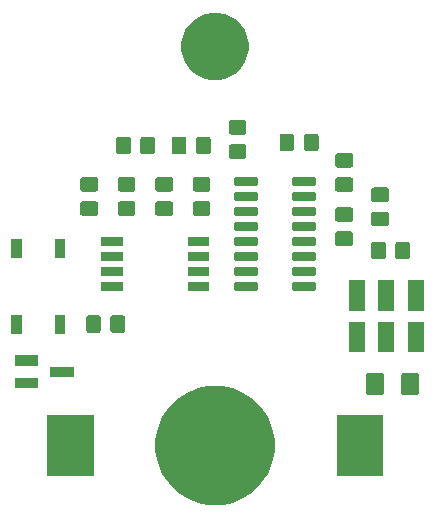
<source format=gbs>
G04 #@! TF.GenerationSoftware,KiCad,Pcbnew,(5.1.5)-3*
G04 #@! TF.CreationDate,2019-12-29T19:03:19-08:00*
G04 #@! TF.ProjectId,ruddblink,72756464-626c-4696-9e6b-2e6b69636164,A*
G04 #@! TF.SameCoordinates,Original*
G04 #@! TF.FileFunction,Soldermask,Bot*
G04 #@! TF.FilePolarity,Negative*
%FSLAX46Y46*%
G04 Gerber Fmt 4.6, Leading zero omitted, Abs format (unit mm)*
G04 Created by KiCad (PCBNEW (5.1.5)-3) date 2019-12-29 19:03:19*
%MOMM*%
%LPD*%
G04 APERTURE LIST*
%ADD10C,0.100000*%
G04 APERTURE END LIST*
D10*
G36*
X142899357Y-118933403D02*
G01*
X143713264Y-119095299D01*
X144632451Y-119476039D01*
X145459698Y-120028787D01*
X146163213Y-120732302D01*
X146715961Y-121559549D01*
X147096701Y-122478736D01*
X147290800Y-123454540D01*
X147290800Y-124449460D01*
X147096701Y-125425264D01*
X146715961Y-126344451D01*
X146163213Y-127171698D01*
X145459698Y-127875213D01*
X144632451Y-128427961D01*
X143713264Y-128808701D01*
X142899357Y-128970597D01*
X142737461Y-129002800D01*
X141742539Y-129002800D01*
X141580643Y-128970597D01*
X140766736Y-128808701D01*
X139847549Y-128427961D01*
X139020302Y-127875213D01*
X138316787Y-127171698D01*
X137764039Y-126344451D01*
X137383299Y-125425264D01*
X137189200Y-124449460D01*
X137189200Y-123454540D01*
X137383299Y-122478736D01*
X137764039Y-121559549D01*
X138316787Y-120732302D01*
X139020302Y-120028787D01*
X139847549Y-119476039D01*
X140766736Y-119095299D01*
X141580643Y-118933403D01*
X141742539Y-118901200D01*
X142737461Y-118901200D01*
X142899357Y-118933403D01*
G37*
G36*
X156438600Y-126542800D02*
G01*
X152527000Y-126542800D01*
X152527000Y-121361200D01*
X156438600Y-121361200D01*
X156438600Y-126542800D01*
G37*
G36*
X131953000Y-126542800D02*
G01*
X128041400Y-126542800D01*
X128041400Y-121361200D01*
X131953000Y-121361200D01*
X131953000Y-126542800D01*
G37*
G36*
X156349215Y-117823953D02*
G01*
X156393228Y-117837304D01*
X156433790Y-117858985D01*
X156469340Y-117888160D01*
X156498515Y-117923710D01*
X156520196Y-117964272D01*
X156533547Y-118008285D01*
X156538300Y-118056543D01*
X156538300Y-119433457D01*
X156533547Y-119481715D01*
X156520196Y-119525728D01*
X156498515Y-119566290D01*
X156469340Y-119601840D01*
X156433790Y-119631015D01*
X156393228Y-119652696D01*
X156349215Y-119666047D01*
X156300957Y-119670800D01*
X155249043Y-119670800D01*
X155200785Y-119666047D01*
X155156772Y-119652696D01*
X155116210Y-119631015D01*
X155080660Y-119601840D01*
X155051485Y-119566290D01*
X155029804Y-119525728D01*
X155016453Y-119481715D01*
X155011700Y-119433457D01*
X155011700Y-118056543D01*
X155016453Y-118008285D01*
X155029804Y-117964272D01*
X155051485Y-117923710D01*
X155080660Y-117888160D01*
X155116210Y-117858985D01*
X155156772Y-117837304D01*
X155200785Y-117823953D01*
X155249043Y-117819200D01*
X156300957Y-117819200D01*
X156349215Y-117823953D01*
G37*
G36*
X159324215Y-117823953D02*
G01*
X159368228Y-117837304D01*
X159408790Y-117858985D01*
X159444340Y-117888160D01*
X159473515Y-117923710D01*
X159495196Y-117964272D01*
X159508547Y-118008285D01*
X159513300Y-118056543D01*
X159513300Y-119433457D01*
X159508547Y-119481715D01*
X159495196Y-119525728D01*
X159473515Y-119566290D01*
X159444340Y-119601840D01*
X159408790Y-119631015D01*
X159368228Y-119652696D01*
X159324215Y-119666047D01*
X159275957Y-119670800D01*
X158224043Y-119670800D01*
X158175785Y-119666047D01*
X158131772Y-119652696D01*
X158091210Y-119631015D01*
X158055660Y-119601840D01*
X158026485Y-119566290D01*
X158004804Y-119525728D01*
X157991453Y-119481715D01*
X157986700Y-119433457D01*
X157986700Y-118056543D01*
X157991453Y-118008285D01*
X158004804Y-117964272D01*
X158026485Y-117923710D01*
X158055660Y-117888160D01*
X158091210Y-117858985D01*
X158131772Y-117837304D01*
X158175785Y-117823953D01*
X158224043Y-117819200D01*
X159275957Y-117819200D01*
X159324215Y-117823953D01*
G37*
G36*
X127262800Y-119129800D02*
G01*
X125261200Y-119129800D01*
X125261200Y-118228200D01*
X127262800Y-118228200D01*
X127262800Y-119129800D01*
G37*
G36*
X130262800Y-118179800D02*
G01*
X128261200Y-118179800D01*
X128261200Y-117278200D01*
X130262800Y-117278200D01*
X130262800Y-118179800D01*
G37*
G36*
X127262800Y-117229800D02*
G01*
X125261200Y-117229800D01*
X125261200Y-116328200D01*
X127262800Y-116328200D01*
X127262800Y-117229800D01*
G37*
G36*
X154893800Y-116080800D02*
G01*
X153542200Y-116080800D01*
X153542200Y-113479200D01*
X154893800Y-113479200D01*
X154893800Y-116080800D01*
G37*
G36*
X159893800Y-116080800D02*
G01*
X158542200Y-116080800D01*
X158542200Y-113479200D01*
X159893800Y-113479200D01*
X159893800Y-116080800D01*
G37*
G36*
X157393800Y-116080800D02*
G01*
X156042200Y-116080800D01*
X156042200Y-113479200D01*
X157393800Y-113479200D01*
X157393800Y-116080800D01*
G37*
G36*
X125854800Y-114490800D02*
G01*
X124953200Y-114490800D01*
X124953200Y-112889200D01*
X125854800Y-112889200D01*
X125854800Y-114490800D01*
G37*
G36*
X129554800Y-114490800D02*
G01*
X128653200Y-114490800D01*
X128653200Y-112889200D01*
X129554800Y-112889200D01*
X129554800Y-114490800D01*
G37*
G36*
X134414857Y-112919117D02*
G01*
X134460465Y-112932952D01*
X134502504Y-112955422D01*
X134539344Y-112985656D01*
X134569578Y-113022496D01*
X134592048Y-113064535D01*
X134605883Y-113110143D01*
X134610800Y-113160065D01*
X134610800Y-114169935D01*
X134605883Y-114219857D01*
X134592048Y-114265465D01*
X134569578Y-114307504D01*
X134539344Y-114344344D01*
X134502504Y-114374578D01*
X134460465Y-114397048D01*
X134414857Y-114410883D01*
X134364935Y-114415800D01*
X133605065Y-114415800D01*
X133555143Y-114410883D01*
X133509535Y-114397048D01*
X133467496Y-114374578D01*
X133430656Y-114344344D01*
X133400422Y-114307504D01*
X133377952Y-114265465D01*
X133364117Y-114219857D01*
X133359200Y-114169935D01*
X133359200Y-113160065D01*
X133364117Y-113110143D01*
X133377952Y-113064535D01*
X133400422Y-113022496D01*
X133430656Y-112985656D01*
X133467496Y-112955422D01*
X133509535Y-112932952D01*
X133555143Y-112919117D01*
X133605065Y-112914200D01*
X134364935Y-112914200D01*
X134414857Y-112919117D01*
G37*
G36*
X132364857Y-112919117D02*
G01*
X132410465Y-112932952D01*
X132452504Y-112955422D01*
X132489344Y-112985656D01*
X132519578Y-113022496D01*
X132542048Y-113064535D01*
X132555883Y-113110143D01*
X132560800Y-113160065D01*
X132560800Y-114169935D01*
X132555883Y-114219857D01*
X132542048Y-114265465D01*
X132519578Y-114307504D01*
X132489344Y-114344344D01*
X132452504Y-114374578D01*
X132410465Y-114397048D01*
X132364857Y-114410883D01*
X132314935Y-114415800D01*
X131555065Y-114415800D01*
X131505143Y-114410883D01*
X131459535Y-114397048D01*
X131417496Y-114374578D01*
X131380656Y-114344344D01*
X131350422Y-114307504D01*
X131327952Y-114265465D01*
X131314117Y-114219857D01*
X131309200Y-114169935D01*
X131309200Y-113160065D01*
X131314117Y-113110143D01*
X131327952Y-113064535D01*
X131350422Y-113022496D01*
X131380656Y-112985656D01*
X131417496Y-112955422D01*
X131459535Y-112932952D01*
X131505143Y-112919117D01*
X131555065Y-112914200D01*
X132314935Y-112914200D01*
X132364857Y-112919117D01*
G37*
G36*
X154893800Y-112580800D02*
G01*
X153542200Y-112580800D01*
X153542200Y-109979200D01*
X154893800Y-109979200D01*
X154893800Y-112580800D01*
G37*
G36*
X157393800Y-112580800D02*
G01*
X156042200Y-112580800D01*
X156042200Y-109979200D01*
X157393800Y-109979200D01*
X157393800Y-112580800D01*
G37*
G36*
X159893800Y-112580800D02*
G01*
X158542200Y-112580800D01*
X158542200Y-109979200D01*
X159893800Y-109979200D01*
X159893800Y-112580800D01*
G37*
G36*
X134410800Y-110865800D02*
G01*
X132609200Y-110865800D01*
X132609200Y-110114200D01*
X134410800Y-110114200D01*
X134410800Y-110865800D01*
G37*
G36*
X141710800Y-110865800D02*
G01*
X139909200Y-110865800D01*
X139909200Y-110114200D01*
X141710800Y-110114200D01*
X141710800Y-110865800D01*
G37*
G36*
X145750015Y-110142323D02*
G01*
X145778106Y-110150844D01*
X145803998Y-110164684D01*
X145826692Y-110183308D01*
X145845316Y-110206002D01*
X145859156Y-110231894D01*
X145867677Y-110259985D01*
X145870800Y-110291691D01*
X145870800Y-110688309D01*
X145867677Y-110720015D01*
X145859156Y-110748106D01*
X145845316Y-110773998D01*
X145826692Y-110796692D01*
X145803998Y-110815316D01*
X145778106Y-110829156D01*
X145750015Y-110837677D01*
X145718309Y-110840800D01*
X143971691Y-110840800D01*
X143939985Y-110837677D01*
X143911894Y-110829156D01*
X143886002Y-110815316D01*
X143863308Y-110796692D01*
X143844684Y-110773998D01*
X143830844Y-110748106D01*
X143822323Y-110720015D01*
X143819200Y-110688309D01*
X143819200Y-110291691D01*
X143822323Y-110259985D01*
X143830844Y-110231894D01*
X143844684Y-110206002D01*
X143863308Y-110183308D01*
X143886002Y-110164684D01*
X143911894Y-110150844D01*
X143939985Y-110142323D01*
X143971691Y-110139200D01*
X145718309Y-110139200D01*
X145750015Y-110142323D01*
G37*
G36*
X150700015Y-110142323D02*
G01*
X150728106Y-110150844D01*
X150753998Y-110164684D01*
X150776692Y-110183308D01*
X150795316Y-110206002D01*
X150809156Y-110231894D01*
X150817677Y-110259985D01*
X150820800Y-110291691D01*
X150820800Y-110688309D01*
X150817677Y-110720015D01*
X150809156Y-110748106D01*
X150795316Y-110773998D01*
X150776692Y-110796692D01*
X150753998Y-110815316D01*
X150728106Y-110829156D01*
X150700015Y-110837677D01*
X150668309Y-110840800D01*
X148921691Y-110840800D01*
X148889985Y-110837677D01*
X148861894Y-110829156D01*
X148836002Y-110815316D01*
X148813308Y-110796692D01*
X148794684Y-110773998D01*
X148780844Y-110748106D01*
X148772323Y-110720015D01*
X148769200Y-110688309D01*
X148769200Y-110291691D01*
X148772323Y-110259985D01*
X148780844Y-110231894D01*
X148794684Y-110206002D01*
X148813308Y-110183308D01*
X148836002Y-110164684D01*
X148861894Y-110150844D01*
X148889985Y-110142323D01*
X148921691Y-110139200D01*
X150668309Y-110139200D01*
X150700015Y-110142323D01*
G37*
G36*
X134410800Y-109595800D02*
G01*
X132609200Y-109595800D01*
X132609200Y-108844200D01*
X134410800Y-108844200D01*
X134410800Y-109595800D01*
G37*
G36*
X141710800Y-109595800D02*
G01*
X139909200Y-109595800D01*
X139909200Y-108844200D01*
X141710800Y-108844200D01*
X141710800Y-109595800D01*
G37*
G36*
X150700015Y-108872323D02*
G01*
X150728106Y-108880844D01*
X150753998Y-108894684D01*
X150776692Y-108913308D01*
X150795316Y-108936002D01*
X150809156Y-108961894D01*
X150817677Y-108989985D01*
X150820800Y-109021691D01*
X150820800Y-109418309D01*
X150817677Y-109450015D01*
X150809156Y-109478106D01*
X150795316Y-109503998D01*
X150776692Y-109526692D01*
X150753998Y-109545316D01*
X150728106Y-109559156D01*
X150700015Y-109567677D01*
X150668309Y-109570800D01*
X148921691Y-109570800D01*
X148889985Y-109567677D01*
X148861894Y-109559156D01*
X148836002Y-109545316D01*
X148813308Y-109526692D01*
X148794684Y-109503998D01*
X148780844Y-109478106D01*
X148772323Y-109450015D01*
X148769200Y-109418309D01*
X148769200Y-109021691D01*
X148772323Y-108989985D01*
X148780844Y-108961894D01*
X148794684Y-108936002D01*
X148813308Y-108913308D01*
X148836002Y-108894684D01*
X148861894Y-108880844D01*
X148889985Y-108872323D01*
X148921691Y-108869200D01*
X150668309Y-108869200D01*
X150700015Y-108872323D01*
G37*
G36*
X145750015Y-108872323D02*
G01*
X145778106Y-108880844D01*
X145803998Y-108894684D01*
X145826692Y-108913308D01*
X145845316Y-108936002D01*
X145859156Y-108961894D01*
X145867677Y-108989985D01*
X145870800Y-109021691D01*
X145870800Y-109418309D01*
X145867677Y-109450015D01*
X145859156Y-109478106D01*
X145845316Y-109503998D01*
X145826692Y-109526692D01*
X145803998Y-109545316D01*
X145778106Y-109559156D01*
X145750015Y-109567677D01*
X145718309Y-109570800D01*
X143971691Y-109570800D01*
X143939985Y-109567677D01*
X143911894Y-109559156D01*
X143886002Y-109545316D01*
X143863308Y-109526692D01*
X143844684Y-109503998D01*
X143830844Y-109478106D01*
X143822323Y-109450015D01*
X143819200Y-109418309D01*
X143819200Y-109021691D01*
X143822323Y-108989985D01*
X143830844Y-108961894D01*
X143844684Y-108936002D01*
X143863308Y-108913308D01*
X143886002Y-108894684D01*
X143911894Y-108880844D01*
X143939985Y-108872323D01*
X143971691Y-108869200D01*
X145718309Y-108869200D01*
X145750015Y-108872323D01*
G37*
G36*
X134410800Y-108325800D02*
G01*
X132609200Y-108325800D01*
X132609200Y-107574200D01*
X134410800Y-107574200D01*
X134410800Y-108325800D01*
G37*
G36*
X141710800Y-108325800D02*
G01*
X139909200Y-108325800D01*
X139909200Y-107574200D01*
X141710800Y-107574200D01*
X141710800Y-108325800D01*
G37*
G36*
X150700015Y-107602323D02*
G01*
X150728106Y-107610844D01*
X150753998Y-107624684D01*
X150776692Y-107643308D01*
X150795316Y-107666002D01*
X150809156Y-107691894D01*
X150817677Y-107719985D01*
X150820800Y-107751691D01*
X150820800Y-108148309D01*
X150817677Y-108180015D01*
X150809156Y-108208106D01*
X150795316Y-108233998D01*
X150776692Y-108256692D01*
X150753998Y-108275316D01*
X150728106Y-108289156D01*
X150700015Y-108297677D01*
X150668309Y-108300800D01*
X148921691Y-108300800D01*
X148889985Y-108297677D01*
X148861894Y-108289156D01*
X148836002Y-108275316D01*
X148813308Y-108256692D01*
X148794684Y-108233998D01*
X148780844Y-108208106D01*
X148772323Y-108180015D01*
X148769200Y-108148309D01*
X148769200Y-107751691D01*
X148772323Y-107719985D01*
X148780844Y-107691894D01*
X148794684Y-107666002D01*
X148813308Y-107643308D01*
X148836002Y-107624684D01*
X148861894Y-107610844D01*
X148889985Y-107602323D01*
X148921691Y-107599200D01*
X150668309Y-107599200D01*
X150700015Y-107602323D01*
G37*
G36*
X145750015Y-107602323D02*
G01*
X145778106Y-107610844D01*
X145803998Y-107624684D01*
X145826692Y-107643308D01*
X145845316Y-107666002D01*
X145859156Y-107691894D01*
X145867677Y-107719985D01*
X145870800Y-107751691D01*
X145870800Y-108148309D01*
X145867677Y-108180015D01*
X145859156Y-108208106D01*
X145845316Y-108233998D01*
X145826692Y-108256692D01*
X145803998Y-108275316D01*
X145778106Y-108289156D01*
X145750015Y-108297677D01*
X145718309Y-108300800D01*
X143971691Y-108300800D01*
X143939985Y-108297677D01*
X143911894Y-108289156D01*
X143886002Y-108275316D01*
X143863308Y-108256692D01*
X143844684Y-108233998D01*
X143830844Y-108208106D01*
X143822323Y-108180015D01*
X143819200Y-108148309D01*
X143819200Y-107751691D01*
X143822323Y-107719985D01*
X143830844Y-107691894D01*
X143844684Y-107666002D01*
X143863308Y-107643308D01*
X143886002Y-107624684D01*
X143911894Y-107610844D01*
X143939985Y-107602323D01*
X143971691Y-107599200D01*
X145718309Y-107599200D01*
X145750015Y-107602323D01*
G37*
G36*
X156512857Y-106696117D02*
G01*
X156558465Y-106709952D01*
X156600504Y-106732422D01*
X156637344Y-106762656D01*
X156667578Y-106799496D01*
X156690048Y-106841535D01*
X156703883Y-106887143D01*
X156708800Y-106937065D01*
X156708800Y-107946935D01*
X156703883Y-107996857D01*
X156690048Y-108042465D01*
X156667578Y-108084504D01*
X156637344Y-108121344D01*
X156600504Y-108151578D01*
X156558465Y-108174048D01*
X156512857Y-108187883D01*
X156462935Y-108192800D01*
X155703065Y-108192800D01*
X155653143Y-108187883D01*
X155607535Y-108174048D01*
X155565496Y-108151578D01*
X155528656Y-108121344D01*
X155498422Y-108084504D01*
X155475952Y-108042465D01*
X155462117Y-107996857D01*
X155457200Y-107946935D01*
X155457200Y-106937065D01*
X155462117Y-106887143D01*
X155475952Y-106841535D01*
X155498422Y-106799496D01*
X155528656Y-106762656D01*
X155565496Y-106732422D01*
X155607535Y-106709952D01*
X155653143Y-106696117D01*
X155703065Y-106691200D01*
X156462935Y-106691200D01*
X156512857Y-106696117D01*
G37*
G36*
X158562857Y-106696117D02*
G01*
X158608465Y-106709952D01*
X158650504Y-106732422D01*
X158687344Y-106762656D01*
X158717578Y-106799496D01*
X158740048Y-106841535D01*
X158753883Y-106887143D01*
X158758800Y-106937065D01*
X158758800Y-107946935D01*
X158753883Y-107996857D01*
X158740048Y-108042465D01*
X158717578Y-108084504D01*
X158687344Y-108121344D01*
X158650504Y-108151578D01*
X158608465Y-108174048D01*
X158562857Y-108187883D01*
X158512935Y-108192800D01*
X157753065Y-108192800D01*
X157703143Y-108187883D01*
X157657535Y-108174048D01*
X157615496Y-108151578D01*
X157578656Y-108121344D01*
X157548422Y-108084504D01*
X157525952Y-108042465D01*
X157512117Y-107996857D01*
X157507200Y-107946935D01*
X157507200Y-106937065D01*
X157512117Y-106887143D01*
X157525952Y-106841535D01*
X157548422Y-106799496D01*
X157578656Y-106762656D01*
X157615496Y-106732422D01*
X157657535Y-106709952D01*
X157703143Y-106696117D01*
X157753065Y-106691200D01*
X158512935Y-106691200D01*
X158562857Y-106696117D01*
G37*
G36*
X129554800Y-108090800D02*
G01*
X128653200Y-108090800D01*
X128653200Y-106489200D01*
X129554800Y-106489200D01*
X129554800Y-108090800D01*
G37*
G36*
X125854800Y-108090800D02*
G01*
X124953200Y-108090800D01*
X124953200Y-106489200D01*
X125854800Y-106489200D01*
X125854800Y-108090800D01*
G37*
G36*
X153716857Y-105823117D02*
G01*
X153762465Y-105836952D01*
X153804504Y-105859422D01*
X153841344Y-105889656D01*
X153871578Y-105926496D01*
X153894048Y-105968535D01*
X153907883Y-106014143D01*
X153912800Y-106064065D01*
X153912800Y-106823935D01*
X153907883Y-106873857D01*
X153894048Y-106919465D01*
X153871578Y-106961504D01*
X153841344Y-106998344D01*
X153804504Y-107028578D01*
X153762465Y-107051048D01*
X153716857Y-107064883D01*
X153666935Y-107069800D01*
X152657065Y-107069800D01*
X152607143Y-107064883D01*
X152561535Y-107051048D01*
X152519496Y-107028578D01*
X152482656Y-106998344D01*
X152452422Y-106961504D01*
X152429952Y-106919465D01*
X152416117Y-106873857D01*
X152411200Y-106823935D01*
X152411200Y-106064065D01*
X152416117Y-106014143D01*
X152429952Y-105968535D01*
X152452422Y-105926496D01*
X152482656Y-105889656D01*
X152519496Y-105859422D01*
X152561535Y-105836952D01*
X152607143Y-105823117D01*
X152657065Y-105818200D01*
X153666935Y-105818200D01*
X153716857Y-105823117D01*
G37*
G36*
X141710800Y-107055800D02*
G01*
X139909200Y-107055800D01*
X139909200Y-106304200D01*
X141710800Y-106304200D01*
X141710800Y-107055800D01*
G37*
G36*
X134410800Y-107055800D02*
G01*
X132609200Y-107055800D01*
X132609200Y-106304200D01*
X134410800Y-106304200D01*
X134410800Y-107055800D01*
G37*
G36*
X150700015Y-106332323D02*
G01*
X150728106Y-106340844D01*
X150753998Y-106354684D01*
X150776692Y-106373308D01*
X150795316Y-106396002D01*
X150809156Y-106421894D01*
X150817677Y-106449985D01*
X150820800Y-106481691D01*
X150820800Y-106878309D01*
X150817677Y-106910015D01*
X150809156Y-106938106D01*
X150795316Y-106963998D01*
X150776692Y-106986692D01*
X150753998Y-107005316D01*
X150728106Y-107019156D01*
X150700015Y-107027677D01*
X150668309Y-107030800D01*
X148921691Y-107030800D01*
X148889985Y-107027677D01*
X148861894Y-107019156D01*
X148836002Y-107005316D01*
X148813308Y-106986692D01*
X148794684Y-106963998D01*
X148780844Y-106938106D01*
X148772323Y-106910015D01*
X148769200Y-106878309D01*
X148769200Y-106481691D01*
X148772323Y-106449985D01*
X148780844Y-106421894D01*
X148794684Y-106396002D01*
X148813308Y-106373308D01*
X148836002Y-106354684D01*
X148861894Y-106340844D01*
X148889985Y-106332323D01*
X148921691Y-106329200D01*
X150668309Y-106329200D01*
X150700015Y-106332323D01*
G37*
G36*
X145750015Y-106332323D02*
G01*
X145778106Y-106340844D01*
X145803998Y-106354684D01*
X145826692Y-106373308D01*
X145845316Y-106396002D01*
X145859156Y-106421894D01*
X145867677Y-106449985D01*
X145870800Y-106481691D01*
X145870800Y-106878309D01*
X145867677Y-106910015D01*
X145859156Y-106938106D01*
X145845316Y-106963998D01*
X145826692Y-106986692D01*
X145803998Y-107005316D01*
X145778106Y-107019156D01*
X145750015Y-107027677D01*
X145718309Y-107030800D01*
X143971691Y-107030800D01*
X143939985Y-107027677D01*
X143911894Y-107019156D01*
X143886002Y-107005316D01*
X143863308Y-106986692D01*
X143844684Y-106963998D01*
X143830844Y-106938106D01*
X143822323Y-106910015D01*
X143819200Y-106878309D01*
X143819200Y-106481691D01*
X143822323Y-106449985D01*
X143830844Y-106421894D01*
X143844684Y-106396002D01*
X143863308Y-106373308D01*
X143886002Y-106354684D01*
X143911894Y-106340844D01*
X143939985Y-106332323D01*
X143971691Y-106329200D01*
X145718309Y-106329200D01*
X145750015Y-106332323D01*
G37*
G36*
X145750015Y-105062323D02*
G01*
X145778106Y-105070844D01*
X145803998Y-105084684D01*
X145826692Y-105103308D01*
X145845316Y-105126002D01*
X145859156Y-105151894D01*
X145867677Y-105179985D01*
X145870800Y-105211691D01*
X145870800Y-105608309D01*
X145867677Y-105640015D01*
X145859156Y-105668106D01*
X145845316Y-105693998D01*
X145826692Y-105716692D01*
X145803998Y-105735316D01*
X145778106Y-105749156D01*
X145750015Y-105757677D01*
X145718309Y-105760800D01*
X143971691Y-105760800D01*
X143939985Y-105757677D01*
X143911894Y-105749156D01*
X143886002Y-105735316D01*
X143863308Y-105716692D01*
X143844684Y-105693998D01*
X143830844Y-105668106D01*
X143822323Y-105640015D01*
X143819200Y-105608309D01*
X143819200Y-105211691D01*
X143822323Y-105179985D01*
X143830844Y-105151894D01*
X143844684Y-105126002D01*
X143863308Y-105103308D01*
X143886002Y-105084684D01*
X143911894Y-105070844D01*
X143939985Y-105062323D01*
X143971691Y-105059200D01*
X145718309Y-105059200D01*
X145750015Y-105062323D01*
G37*
G36*
X150700015Y-105062323D02*
G01*
X150728106Y-105070844D01*
X150753998Y-105084684D01*
X150776692Y-105103308D01*
X150795316Y-105126002D01*
X150809156Y-105151894D01*
X150817677Y-105179985D01*
X150820800Y-105211691D01*
X150820800Y-105608309D01*
X150817677Y-105640015D01*
X150809156Y-105668106D01*
X150795316Y-105693998D01*
X150776692Y-105716692D01*
X150753998Y-105735316D01*
X150728106Y-105749156D01*
X150700015Y-105757677D01*
X150668309Y-105760800D01*
X148921691Y-105760800D01*
X148889985Y-105757677D01*
X148861894Y-105749156D01*
X148836002Y-105735316D01*
X148813308Y-105716692D01*
X148794684Y-105693998D01*
X148780844Y-105668106D01*
X148772323Y-105640015D01*
X148769200Y-105608309D01*
X148769200Y-105211691D01*
X148772323Y-105179985D01*
X148780844Y-105151894D01*
X148794684Y-105126002D01*
X148813308Y-105103308D01*
X148836002Y-105084684D01*
X148861894Y-105070844D01*
X148889985Y-105062323D01*
X148921691Y-105059200D01*
X150668309Y-105059200D01*
X150700015Y-105062323D01*
G37*
G36*
X156764857Y-104154117D02*
G01*
X156810465Y-104167952D01*
X156852504Y-104190422D01*
X156889344Y-104220656D01*
X156919578Y-104257496D01*
X156942048Y-104299535D01*
X156955883Y-104345143D01*
X156960800Y-104395065D01*
X156960800Y-105154935D01*
X156955883Y-105204857D01*
X156942048Y-105250465D01*
X156919578Y-105292504D01*
X156889344Y-105329344D01*
X156852504Y-105359578D01*
X156810465Y-105382048D01*
X156764857Y-105395883D01*
X156714935Y-105400800D01*
X155705065Y-105400800D01*
X155655143Y-105395883D01*
X155609535Y-105382048D01*
X155567496Y-105359578D01*
X155530656Y-105329344D01*
X155500422Y-105292504D01*
X155477952Y-105250465D01*
X155464117Y-105204857D01*
X155459200Y-105154935D01*
X155459200Y-104395065D01*
X155464117Y-104345143D01*
X155477952Y-104299535D01*
X155500422Y-104257496D01*
X155530656Y-104220656D01*
X155567496Y-104190422D01*
X155609535Y-104167952D01*
X155655143Y-104154117D01*
X155705065Y-104149200D01*
X156714935Y-104149200D01*
X156764857Y-104154117D01*
G37*
G36*
X153716857Y-103773117D02*
G01*
X153762465Y-103786952D01*
X153804504Y-103809422D01*
X153841344Y-103839656D01*
X153871578Y-103876496D01*
X153894048Y-103918535D01*
X153907883Y-103964143D01*
X153912800Y-104014065D01*
X153912800Y-104773935D01*
X153907883Y-104823857D01*
X153894048Y-104869465D01*
X153871578Y-104911504D01*
X153841344Y-104948344D01*
X153804504Y-104978578D01*
X153762465Y-105001048D01*
X153716857Y-105014883D01*
X153666935Y-105019800D01*
X152657065Y-105019800D01*
X152607143Y-105014883D01*
X152561535Y-105001048D01*
X152519496Y-104978578D01*
X152482656Y-104948344D01*
X152452422Y-104911504D01*
X152429952Y-104869465D01*
X152416117Y-104823857D01*
X152411200Y-104773935D01*
X152411200Y-104014065D01*
X152416117Y-103964143D01*
X152429952Y-103918535D01*
X152452422Y-103876496D01*
X152482656Y-103839656D01*
X152519496Y-103809422D01*
X152561535Y-103786952D01*
X152607143Y-103773117D01*
X152657065Y-103768200D01*
X153666935Y-103768200D01*
X153716857Y-103773117D01*
G37*
G36*
X135301857Y-103274117D02*
G01*
X135347465Y-103287952D01*
X135389504Y-103310422D01*
X135426344Y-103340656D01*
X135456578Y-103377496D01*
X135479048Y-103419535D01*
X135492883Y-103465143D01*
X135497800Y-103515065D01*
X135497800Y-104274935D01*
X135492883Y-104324857D01*
X135479048Y-104370465D01*
X135456578Y-104412504D01*
X135426344Y-104449344D01*
X135389504Y-104479578D01*
X135347465Y-104502048D01*
X135301857Y-104515883D01*
X135251935Y-104520800D01*
X134242065Y-104520800D01*
X134192143Y-104515883D01*
X134146535Y-104502048D01*
X134104496Y-104479578D01*
X134067656Y-104449344D01*
X134037422Y-104412504D01*
X134014952Y-104370465D01*
X134001117Y-104324857D01*
X133996200Y-104274935D01*
X133996200Y-103515065D01*
X134001117Y-103465143D01*
X134014952Y-103419535D01*
X134037422Y-103377496D01*
X134067656Y-103340656D01*
X134104496Y-103310422D01*
X134146535Y-103287952D01*
X134192143Y-103274117D01*
X134242065Y-103269200D01*
X135251935Y-103269200D01*
X135301857Y-103274117D01*
G37*
G36*
X132126857Y-103274117D02*
G01*
X132172465Y-103287952D01*
X132214504Y-103310422D01*
X132251344Y-103340656D01*
X132281578Y-103377496D01*
X132304048Y-103419535D01*
X132317883Y-103465143D01*
X132322800Y-103515065D01*
X132322800Y-104274935D01*
X132317883Y-104324857D01*
X132304048Y-104370465D01*
X132281578Y-104412504D01*
X132251344Y-104449344D01*
X132214504Y-104479578D01*
X132172465Y-104502048D01*
X132126857Y-104515883D01*
X132076935Y-104520800D01*
X131067065Y-104520800D01*
X131017143Y-104515883D01*
X130971535Y-104502048D01*
X130929496Y-104479578D01*
X130892656Y-104449344D01*
X130862422Y-104412504D01*
X130839952Y-104370465D01*
X130826117Y-104324857D01*
X130821200Y-104274935D01*
X130821200Y-103515065D01*
X130826117Y-103465143D01*
X130839952Y-103419535D01*
X130862422Y-103377496D01*
X130892656Y-103340656D01*
X130929496Y-103310422D01*
X130971535Y-103287952D01*
X131017143Y-103274117D01*
X131067065Y-103269200D01*
X132076935Y-103269200D01*
X132126857Y-103274117D01*
G37*
G36*
X138476857Y-103274117D02*
G01*
X138522465Y-103287952D01*
X138564504Y-103310422D01*
X138601344Y-103340656D01*
X138631578Y-103377496D01*
X138654048Y-103419535D01*
X138667883Y-103465143D01*
X138672800Y-103515065D01*
X138672800Y-104274935D01*
X138667883Y-104324857D01*
X138654048Y-104370465D01*
X138631578Y-104412504D01*
X138601344Y-104449344D01*
X138564504Y-104479578D01*
X138522465Y-104502048D01*
X138476857Y-104515883D01*
X138426935Y-104520800D01*
X137417065Y-104520800D01*
X137367143Y-104515883D01*
X137321535Y-104502048D01*
X137279496Y-104479578D01*
X137242656Y-104449344D01*
X137212422Y-104412504D01*
X137189952Y-104370465D01*
X137176117Y-104324857D01*
X137171200Y-104274935D01*
X137171200Y-103515065D01*
X137176117Y-103465143D01*
X137189952Y-103419535D01*
X137212422Y-103377496D01*
X137242656Y-103340656D01*
X137279496Y-103310422D01*
X137321535Y-103287952D01*
X137367143Y-103274117D01*
X137417065Y-103269200D01*
X138426935Y-103269200D01*
X138476857Y-103274117D01*
G37*
G36*
X141651857Y-103274117D02*
G01*
X141697465Y-103287952D01*
X141739504Y-103310422D01*
X141776344Y-103340656D01*
X141806578Y-103377496D01*
X141829048Y-103419535D01*
X141842883Y-103465143D01*
X141847800Y-103515065D01*
X141847800Y-104274935D01*
X141842883Y-104324857D01*
X141829048Y-104370465D01*
X141806578Y-104412504D01*
X141776344Y-104449344D01*
X141739504Y-104479578D01*
X141697465Y-104502048D01*
X141651857Y-104515883D01*
X141601935Y-104520800D01*
X140592065Y-104520800D01*
X140542143Y-104515883D01*
X140496535Y-104502048D01*
X140454496Y-104479578D01*
X140417656Y-104449344D01*
X140387422Y-104412504D01*
X140364952Y-104370465D01*
X140351117Y-104324857D01*
X140346200Y-104274935D01*
X140346200Y-103515065D01*
X140351117Y-103465143D01*
X140364952Y-103419535D01*
X140387422Y-103377496D01*
X140417656Y-103340656D01*
X140454496Y-103310422D01*
X140496535Y-103287952D01*
X140542143Y-103274117D01*
X140592065Y-103269200D01*
X141601935Y-103269200D01*
X141651857Y-103274117D01*
G37*
G36*
X145750015Y-103792323D02*
G01*
X145778106Y-103800844D01*
X145803998Y-103814684D01*
X145826692Y-103833308D01*
X145845316Y-103856002D01*
X145859156Y-103881894D01*
X145867677Y-103909985D01*
X145870800Y-103941691D01*
X145870800Y-104338309D01*
X145867677Y-104370015D01*
X145859156Y-104398106D01*
X145845316Y-104423998D01*
X145826692Y-104446692D01*
X145803998Y-104465316D01*
X145778106Y-104479156D01*
X145750015Y-104487677D01*
X145718309Y-104490800D01*
X143971691Y-104490800D01*
X143939985Y-104487677D01*
X143911894Y-104479156D01*
X143886002Y-104465316D01*
X143863308Y-104446692D01*
X143844684Y-104423998D01*
X143830844Y-104398106D01*
X143822323Y-104370015D01*
X143819200Y-104338309D01*
X143819200Y-103941691D01*
X143822323Y-103909985D01*
X143830844Y-103881894D01*
X143844684Y-103856002D01*
X143863308Y-103833308D01*
X143886002Y-103814684D01*
X143911894Y-103800844D01*
X143939985Y-103792323D01*
X143971691Y-103789200D01*
X145718309Y-103789200D01*
X145750015Y-103792323D01*
G37*
G36*
X150700015Y-103792323D02*
G01*
X150728106Y-103800844D01*
X150753998Y-103814684D01*
X150776692Y-103833308D01*
X150795316Y-103856002D01*
X150809156Y-103881894D01*
X150817677Y-103909985D01*
X150820800Y-103941691D01*
X150820800Y-104338309D01*
X150817677Y-104370015D01*
X150809156Y-104398106D01*
X150795316Y-104423998D01*
X150776692Y-104446692D01*
X150753998Y-104465316D01*
X150728106Y-104479156D01*
X150700015Y-104487677D01*
X150668309Y-104490800D01*
X148921691Y-104490800D01*
X148889985Y-104487677D01*
X148861894Y-104479156D01*
X148836002Y-104465316D01*
X148813308Y-104446692D01*
X148794684Y-104423998D01*
X148780844Y-104398106D01*
X148772323Y-104370015D01*
X148769200Y-104338309D01*
X148769200Y-103941691D01*
X148772323Y-103909985D01*
X148780844Y-103881894D01*
X148794684Y-103856002D01*
X148813308Y-103833308D01*
X148836002Y-103814684D01*
X148861894Y-103800844D01*
X148889985Y-103792323D01*
X148921691Y-103789200D01*
X150668309Y-103789200D01*
X150700015Y-103792323D01*
G37*
G36*
X156764857Y-102104117D02*
G01*
X156810465Y-102117952D01*
X156852504Y-102140422D01*
X156889344Y-102170656D01*
X156919578Y-102207496D01*
X156942048Y-102249535D01*
X156955883Y-102295143D01*
X156960800Y-102345065D01*
X156960800Y-103104935D01*
X156955883Y-103154857D01*
X156942048Y-103200465D01*
X156919578Y-103242504D01*
X156889344Y-103279344D01*
X156852504Y-103309578D01*
X156810465Y-103332048D01*
X156764857Y-103345883D01*
X156714935Y-103350800D01*
X155705065Y-103350800D01*
X155655143Y-103345883D01*
X155609535Y-103332048D01*
X155567496Y-103309578D01*
X155530656Y-103279344D01*
X155500422Y-103242504D01*
X155477952Y-103200465D01*
X155464117Y-103154857D01*
X155459200Y-103104935D01*
X155459200Y-102345065D01*
X155464117Y-102295143D01*
X155477952Y-102249535D01*
X155500422Y-102207496D01*
X155530656Y-102170656D01*
X155567496Y-102140422D01*
X155609535Y-102117952D01*
X155655143Y-102104117D01*
X155705065Y-102099200D01*
X156714935Y-102099200D01*
X156764857Y-102104117D01*
G37*
G36*
X150700015Y-102522323D02*
G01*
X150728106Y-102530844D01*
X150753998Y-102544684D01*
X150776692Y-102563308D01*
X150795316Y-102586002D01*
X150809156Y-102611894D01*
X150817677Y-102639985D01*
X150820800Y-102671691D01*
X150820800Y-103068309D01*
X150817677Y-103100015D01*
X150809156Y-103128106D01*
X150795316Y-103153998D01*
X150776692Y-103176692D01*
X150753998Y-103195316D01*
X150728106Y-103209156D01*
X150700015Y-103217677D01*
X150668309Y-103220800D01*
X148921691Y-103220800D01*
X148889985Y-103217677D01*
X148861894Y-103209156D01*
X148836002Y-103195316D01*
X148813308Y-103176692D01*
X148794684Y-103153998D01*
X148780844Y-103128106D01*
X148772323Y-103100015D01*
X148769200Y-103068309D01*
X148769200Y-102671691D01*
X148772323Y-102639985D01*
X148780844Y-102611894D01*
X148794684Y-102586002D01*
X148813308Y-102563308D01*
X148836002Y-102544684D01*
X148861894Y-102530844D01*
X148889985Y-102522323D01*
X148921691Y-102519200D01*
X150668309Y-102519200D01*
X150700015Y-102522323D01*
G37*
G36*
X145750015Y-102522323D02*
G01*
X145778106Y-102530844D01*
X145803998Y-102544684D01*
X145826692Y-102563308D01*
X145845316Y-102586002D01*
X145859156Y-102611894D01*
X145867677Y-102639985D01*
X145870800Y-102671691D01*
X145870800Y-103068309D01*
X145867677Y-103100015D01*
X145859156Y-103128106D01*
X145845316Y-103153998D01*
X145826692Y-103176692D01*
X145803998Y-103195316D01*
X145778106Y-103209156D01*
X145750015Y-103217677D01*
X145718309Y-103220800D01*
X143971691Y-103220800D01*
X143939985Y-103217677D01*
X143911894Y-103209156D01*
X143886002Y-103195316D01*
X143863308Y-103176692D01*
X143844684Y-103153998D01*
X143830844Y-103128106D01*
X143822323Y-103100015D01*
X143819200Y-103068309D01*
X143819200Y-102671691D01*
X143822323Y-102639985D01*
X143830844Y-102611894D01*
X143844684Y-102586002D01*
X143863308Y-102563308D01*
X143886002Y-102544684D01*
X143911894Y-102530844D01*
X143939985Y-102522323D01*
X143971691Y-102519200D01*
X145718309Y-102519200D01*
X145750015Y-102522323D01*
G37*
G36*
X153716857Y-101233117D02*
G01*
X153762465Y-101246952D01*
X153804504Y-101269422D01*
X153841344Y-101299656D01*
X153871578Y-101336496D01*
X153894048Y-101378535D01*
X153907883Y-101424143D01*
X153912800Y-101474065D01*
X153912800Y-102233935D01*
X153907883Y-102283857D01*
X153894048Y-102329465D01*
X153871578Y-102371504D01*
X153841344Y-102408344D01*
X153804504Y-102438578D01*
X153762465Y-102461048D01*
X153716857Y-102474883D01*
X153666935Y-102479800D01*
X152657065Y-102479800D01*
X152607143Y-102474883D01*
X152561535Y-102461048D01*
X152519496Y-102438578D01*
X152482656Y-102408344D01*
X152452422Y-102371504D01*
X152429952Y-102329465D01*
X152416117Y-102283857D01*
X152411200Y-102233935D01*
X152411200Y-101474065D01*
X152416117Y-101424143D01*
X152429952Y-101378535D01*
X152452422Y-101336496D01*
X152482656Y-101299656D01*
X152519496Y-101269422D01*
X152561535Y-101246952D01*
X152607143Y-101233117D01*
X152657065Y-101228200D01*
X153666935Y-101228200D01*
X153716857Y-101233117D01*
G37*
G36*
X141652281Y-101224106D02*
G01*
X141697793Y-101237912D01*
X141739740Y-101260334D01*
X141776499Y-101290501D01*
X141806666Y-101327260D01*
X141829088Y-101369207D01*
X141842894Y-101414719D01*
X141847800Y-101464535D01*
X141847800Y-102225465D01*
X141842894Y-102275281D01*
X141829088Y-102320793D01*
X141806666Y-102362740D01*
X141776499Y-102399499D01*
X141739740Y-102429666D01*
X141697793Y-102452088D01*
X141652281Y-102465894D01*
X141602465Y-102470800D01*
X140591535Y-102470800D01*
X140541719Y-102465894D01*
X140496207Y-102452088D01*
X140454260Y-102429666D01*
X140417501Y-102399499D01*
X140387334Y-102362740D01*
X140364912Y-102320793D01*
X140351106Y-102275281D01*
X140346200Y-102225465D01*
X140346200Y-101464535D01*
X140351106Y-101414719D01*
X140364912Y-101369207D01*
X140387334Y-101327260D01*
X140417501Y-101290501D01*
X140454260Y-101260334D01*
X140496207Y-101237912D01*
X140541719Y-101224106D01*
X140591535Y-101219200D01*
X141602465Y-101219200D01*
X141652281Y-101224106D01*
G37*
G36*
X132127281Y-101224106D02*
G01*
X132172793Y-101237912D01*
X132214740Y-101260334D01*
X132251499Y-101290501D01*
X132281666Y-101327260D01*
X132304088Y-101369207D01*
X132317894Y-101414719D01*
X132322800Y-101464535D01*
X132322800Y-102225465D01*
X132317894Y-102275281D01*
X132304088Y-102320793D01*
X132281666Y-102362740D01*
X132251499Y-102399499D01*
X132214740Y-102429666D01*
X132172793Y-102452088D01*
X132127281Y-102465894D01*
X132077465Y-102470800D01*
X131066535Y-102470800D01*
X131016719Y-102465894D01*
X130971207Y-102452088D01*
X130929260Y-102429666D01*
X130892501Y-102399499D01*
X130862334Y-102362740D01*
X130839912Y-102320793D01*
X130826106Y-102275281D01*
X130821200Y-102225465D01*
X130821200Y-101464535D01*
X130826106Y-101414719D01*
X130839912Y-101369207D01*
X130862334Y-101327260D01*
X130892501Y-101290501D01*
X130929260Y-101260334D01*
X130971207Y-101237912D01*
X131016719Y-101224106D01*
X131066535Y-101219200D01*
X132077465Y-101219200D01*
X132127281Y-101224106D01*
G37*
G36*
X135301857Y-101224117D02*
G01*
X135347465Y-101237952D01*
X135389504Y-101260422D01*
X135426344Y-101290656D01*
X135456578Y-101327496D01*
X135479048Y-101369535D01*
X135492883Y-101415143D01*
X135497800Y-101465065D01*
X135497800Y-102224935D01*
X135492883Y-102274857D01*
X135479048Y-102320465D01*
X135456578Y-102362504D01*
X135426344Y-102399344D01*
X135389504Y-102429578D01*
X135347465Y-102452048D01*
X135301857Y-102465883D01*
X135251935Y-102470800D01*
X134242065Y-102470800D01*
X134192143Y-102465883D01*
X134146535Y-102452048D01*
X134104496Y-102429578D01*
X134067656Y-102399344D01*
X134037422Y-102362504D01*
X134014952Y-102320465D01*
X134001117Y-102274857D01*
X133996200Y-102224935D01*
X133996200Y-101465065D01*
X134001117Y-101415143D01*
X134014952Y-101369535D01*
X134037422Y-101327496D01*
X134067656Y-101290656D01*
X134104496Y-101260422D01*
X134146535Y-101237952D01*
X134192143Y-101224117D01*
X134242065Y-101219200D01*
X135251935Y-101219200D01*
X135301857Y-101224117D01*
G37*
G36*
X138476857Y-101224117D02*
G01*
X138522465Y-101237952D01*
X138564504Y-101260422D01*
X138601344Y-101290656D01*
X138631578Y-101327496D01*
X138654048Y-101369535D01*
X138667883Y-101415143D01*
X138672800Y-101465065D01*
X138672800Y-102224935D01*
X138667883Y-102274857D01*
X138654048Y-102320465D01*
X138631578Y-102362504D01*
X138601344Y-102399344D01*
X138564504Y-102429578D01*
X138522465Y-102452048D01*
X138476857Y-102465883D01*
X138426935Y-102470800D01*
X137417065Y-102470800D01*
X137367143Y-102465883D01*
X137321535Y-102452048D01*
X137279496Y-102429578D01*
X137242656Y-102399344D01*
X137212422Y-102362504D01*
X137189952Y-102320465D01*
X137176117Y-102274857D01*
X137171200Y-102224935D01*
X137171200Y-101465065D01*
X137176117Y-101415143D01*
X137189952Y-101369535D01*
X137212422Y-101327496D01*
X137242656Y-101290656D01*
X137279496Y-101260422D01*
X137321535Y-101237952D01*
X137367143Y-101224117D01*
X137417065Y-101219200D01*
X138426935Y-101219200D01*
X138476857Y-101224117D01*
G37*
G36*
X145750015Y-101252323D02*
G01*
X145778106Y-101260844D01*
X145803998Y-101274684D01*
X145826692Y-101293308D01*
X145845316Y-101316002D01*
X145859156Y-101341894D01*
X145867677Y-101369985D01*
X145870800Y-101401691D01*
X145870800Y-101798309D01*
X145867677Y-101830015D01*
X145859156Y-101858106D01*
X145845316Y-101883998D01*
X145826692Y-101906692D01*
X145803998Y-101925316D01*
X145778106Y-101939156D01*
X145750015Y-101947677D01*
X145718309Y-101950800D01*
X143971691Y-101950800D01*
X143939985Y-101947677D01*
X143911894Y-101939156D01*
X143886002Y-101925316D01*
X143863308Y-101906692D01*
X143844684Y-101883998D01*
X143830844Y-101858106D01*
X143822323Y-101830015D01*
X143819200Y-101798309D01*
X143819200Y-101401691D01*
X143822323Y-101369985D01*
X143830844Y-101341894D01*
X143844684Y-101316002D01*
X143863308Y-101293308D01*
X143886002Y-101274684D01*
X143911894Y-101260844D01*
X143939985Y-101252323D01*
X143971691Y-101249200D01*
X145718309Y-101249200D01*
X145750015Y-101252323D01*
G37*
G36*
X150700015Y-101252323D02*
G01*
X150728106Y-101260844D01*
X150753998Y-101274684D01*
X150776692Y-101293308D01*
X150795316Y-101316002D01*
X150809156Y-101341894D01*
X150817677Y-101369985D01*
X150820800Y-101401691D01*
X150820800Y-101798309D01*
X150817677Y-101830015D01*
X150809156Y-101858106D01*
X150795316Y-101883998D01*
X150776692Y-101906692D01*
X150753998Y-101925316D01*
X150728106Y-101939156D01*
X150700015Y-101947677D01*
X150668309Y-101950800D01*
X148921691Y-101950800D01*
X148889985Y-101947677D01*
X148861894Y-101939156D01*
X148836002Y-101925316D01*
X148813308Y-101906692D01*
X148794684Y-101883998D01*
X148780844Y-101858106D01*
X148772323Y-101830015D01*
X148769200Y-101798309D01*
X148769200Y-101401691D01*
X148772323Y-101369985D01*
X148780844Y-101341894D01*
X148794684Y-101316002D01*
X148813308Y-101293308D01*
X148836002Y-101274684D01*
X148861894Y-101260844D01*
X148889985Y-101252323D01*
X148921691Y-101249200D01*
X150668309Y-101249200D01*
X150700015Y-101252323D01*
G37*
G36*
X153716857Y-99183117D02*
G01*
X153762465Y-99196952D01*
X153804504Y-99219422D01*
X153841344Y-99249656D01*
X153871578Y-99286496D01*
X153894048Y-99328535D01*
X153907883Y-99374143D01*
X153912800Y-99424065D01*
X153912800Y-100183935D01*
X153907883Y-100233857D01*
X153894048Y-100279465D01*
X153871578Y-100321504D01*
X153841344Y-100358344D01*
X153804504Y-100388578D01*
X153762465Y-100411048D01*
X153716857Y-100424883D01*
X153666935Y-100429800D01*
X152657065Y-100429800D01*
X152607143Y-100424883D01*
X152561535Y-100411048D01*
X152519496Y-100388578D01*
X152482656Y-100358344D01*
X152452422Y-100321504D01*
X152429952Y-100279465D01*
X152416117Y-100233857D01*
X152411200Y-100183935D01*
X152411200Y-99424065D01*
X152416117Y-99374143D01*
X152429952Y-99328535D01*
X152452422Y-99286496D01*
X152482656Y-99249656D01*
X152519496Y-99219422D01*
X152561535Y-99196952D01*
X152607143Y-99183117D01*
X152657065Y-99178200D01*
X153666935Y-99178200D01*
X153716857Y-99183117D01*
G37*
G36*
X144699857Y-98448117D02*
G01*
X144745465Y-98461952D01*
X144787504Y-98484422D01*
X144824344Y-98514656D01*
X144854578Y-98551496D01*
X144877048Y-98593535D01*
X144890883Y-98639143D01*
X144895800Y-98689065D01*
X144895800Y-99448935D01*
X144890883Y-99498857D01*
X144877048Y-99544465D01*
X144854578Y-99586504D01*
X144824344Y-99623344D01*
X144787504Y-99653578D01*
X144745465Y-99676048D01*
X144699857Y-99689883D01*
X144649935Y-99694800D01*
X143640065Y-99694800D01*
X143590143Y-99689883D01*
X143544535Y-99676048D01*
X143502496Y-99653578D01*
X143465656Y-99623344D01*
X143435422Y-99586504D01*
X143412952Y-99544465D01*
X143399117Y-99498857D01*
X143394200Y-99448935D01*
X143394200Y-98689065D01*
X143399117Y-98639143D01*
X143412952Y-98593535D01*
X143435422Y-98551496D01*
X143465656Y-98514656D01*
X143502496Y-98484422D01*
X143544535Y-98461952D01*
X143590143Y-98448117D01*
X143640065Y-98443200D01*
X144649935Y-98443200D01*
X144699857Y-98448117D01*
G37*
G36*
X141662857Y-97806117D02*
G01*
X141708465Y-97819952D01*
X141750504Y-97842422D01*
X141787344Y-97872656D01*
X141817578Y-97909496D01*
X141840048Y-97951535D01*
X141853883Y-97997143D01*
X141858800Y-98047065D01*
X141858800Y-99056935D01*
X141853883Y-99106857D01*
X141840048Y-99152465D01*
X141817578Y-99194504D01*
X141787344Y-99231344D01*
X141750504Y-99261578D01*
X141708465Y-99284048D01*
X141662857Y-99297883D01*
X141612935Y-99302800D01*
X140853065Y-99302800D01*
X140803143Y-99297883D01*
X140757535Y-99284048D01*
X140715496Y-99261578D01*
X140678656Y-99231344D01*
X140648422Y-99194504D01*
X140625952Y-99152465D01*
X140612117Y-99106857D01*
X140607200Y-99056935D01*
X140607200Y-98047065D01*
X140612117Y-97997143D01*
X140625952Y-97951535D01*
X140648422Y-97909496D01*
X140678656Y-97872656D01*
X140715496Y-97842422D01*
X140757535Y-97819952D01*
X140803143Y-97806117D01*
X140853065Y-97801200D01*
X141612935Y-97801200D01*
X141662857Y-97806117D01*
G37*
G36*
X139612857Y-97806117D02*
G01*
X139658465Y-97819952D01*
X139700504Y-97842422D01*
X139737344Y-97872656D01*
X139767578Y-97909496D01*
X139790048Y-97951535D01*
X139803883Y-97997143D01*
X139808800Y-98047065D01*
X139808800Y-99056935D01*
X139803883Y-99106857D01*
X139790048Y-99152465D01*
X139767578Y-99194504D01*
X139737344Y-99231344D01*
X139700504Y-99261578D01*
X139658465Y-99284048D01*
X139612857Y-99297883D01*
X139562935Y-99302800D01*
X138803065Y-99302800D01*
X138753143Y-99297883D01*
X138707535Y-99284048D01*
X138665496Y-99261578D01*
X138628656Y-99231344D01*
X138598422Y-99194504D01*
X138575952Y-99152465D01*
X138562117Y-99106857D01*
X138557200Y-99056935D01*
X138557200Y-98047065D01*
X138562117Y-97997143D01*
X138575952Y-97951535D01*
X138598422Y-97909496D01*
X138628656Y-97872656D01*
X138665496Y-97842422D01*
X138707535Y-97819952D01*
X138753143Y-97806117D01*
X138803065Y-97801200D01*
X139562935Y-97801200D01*
X139612857Y-97806117D01*
G37*
G36*
X136963857Y-97806117D02*
G01*
X137009465Y-97819952D01*
X137051504Y-97842422D01*
X137088344Y-97872656D01*
X137118578Y-97909496D01*
X137141048Y-97951535D01*
X137154883Y-97997143D01*
X137159800Y-98047065D01*
X137159800Y-99056935D01*
X137154883Y-99106857D01*
X137141048Y-99152465D01*
X137118578Y-99194504D01*
X137088344Y-99231344D01*
X137051504Y-99261578D01*
X137009465Y-99284048D01*
X136963857Y-99297883D01*
X136913935Y-99302800D01*
X136154065Y-99302800D01*
X136104143Y-99297883D01*
X136058535Y-99284048D01*
X136016496Y-99261578D01*
X135979656Y-99231344D01*
X135949422Y-99194504D01*
X135926952Y-99152465D01*
X135913117Y-99106857D01*
X135908200Y-99056935D01*
X135908200Y-98047065D01*
X135913117Y-97997143D01*
X135926952Y-97951535D01*
X135949422Y-97909496D01*
X135979656Y-97872656D01*
X136016496Y-97842422D01*
X136058535Y-97819952D01*
X136104143Y-97806117D01*
X136154065Y-97801200D01*
X136913935Y-97801200D01*
X136963857Y-97806117D01*
G37*
G36*
X134913857Y-97806117D02*
G01*
X134959465Y-97819952D01*
X135001504Y-97842422D01*
X135038344Y-97872656D01*
X135068578Y-97909496D01*
X135091048Y-97951535D01*
X135104883Y-97997143D01*
X135109800Y-98047065D01*
X135109800Y-99056935D01*
X135104883Y-99106857D01*
X135091048Y-99152465D01*
X135068578Y-99194504D01*
X135038344Y-99231344D01*
X135001504Y-99261578D01*
X134959465Y-99284048D01*
X134913857Y-99297883D01*
X134863935Y-99302800D01*
X134104065Y-99302800D01*
X134054143Y-99297883D01*
X134008535Y-99284048D01*
X133966496Y-99261578D01*
X133929656Y-99231344D01*
X133899422Y-99194504D01*
X133876952Y-99152465D01*
X133863117Y-99106857D01*
X133858200Y-99056935D01*
X133858200Y-98047065D01*
X133863117Y-97997143D01*
X133876952Y-97951535D01*
X133899422Y-97909496D01*
X133929656Y-97872656D01*
X133966496Y-97842422D01*
X134008535Y-97819952D01*
X134054143Y-97806117D01*
X134104065Y-97801200D01*
X134863935Y-97801200D01*
X134913857Y-97806117D01*
G37*
G36*
X148747857Y-97552117D02*
G01*
X148793465Y-97565952D01*
X148835504Y-97588422D01*
X148872344Y-97618656D01*
X148902578Y-97655496D01*
X148925048Y-97697535D01*
X148938883Y-97743143D01*
X148943800Y-97793065D01*
X148943800Y-98802935D01*
X148938883Y-98852857D01*
X148925048Y-98898465D01*
X148902578Y-98940504D01*
X148872344Y-98977344D01*
X148835504Y-99007578D01*
X148793465Y-99030048D01*
X148747857Y-99043883D01*
X148697935Y-99048800D01*
X147938065Y-99048800D01*
X147888143Y-99043883D01*
X147842535Y-99030048D01*
X147800496Y-99007578D01*
X147763656Y-98977344D01*
X147733422Y-98940504D01*
X147710952Y-98898465D01*
X147697117Y-98852857D01*
X147692200Y-98802935D01*
X147692200Y-97793065D01*
X147697117Y-97743143D01*
X147710952Y-97697535D01*
X147733422Y-97655496D01*
X147763656Y-97618656D01*
X147800496Y-97588422D01*
X147842535Y-97565952D01*
X147888143Y-97552117D01*
X147938065Y-97547200D01*
X148697935Y-97547200D01*
X148747857Y-97552117D01*
G37*
G36*
X150797857Y-97552117D02*
G01*
X150843465Y-97565952D01*
X150885504Y-97588422D01*
X150922344Y-97618656D01*
X150952578Y-97655496D01*
X150975048Y-97697535D01*
X150988883Y-97743143D01*
X150993800Y-97793065D01*
X150993800Y-98802935D01*
X150988883Y-98852857D01*
X150975048Y-98898465D01*
X150952578Y-98940504D01*
X150922344Y-98977344D01*
X150885504Y-99007578D01*
X150843465Y-99030048D01*
X150797857Y-99043883D01*
X150747935Y-99048800D01*
X149988065Y-99048800D01*
X149938143Y-99043883D01*
X149892535Y-99030048D01*
X149850496Y-99007578D01*
X149813656Y-98977344D01*
X149783422Y-98940504D01*
X149760952Y-98898465D01*
X149747117Y-98852857D01*
X149742200Y-98802935D01*
X149742200Y-97793065D01*
X149747117Y-97743143D01*
X149760952Y-97697535D01*
X149783422Y-97655496D01*
X149813656Y-97618656D01*
X149850496Y-97588422D01*
X149892535Y-97565952D01*
X149938143Y-97552117D01*
X149988065Y-97547200D01*
X150747935Y-97547200D01*
X150797857Y-97552117D01*
G37*
G36*
X144699857Y-96398117D02*
G01*
X144745465Y-96411952D01*
X144787504Y-96434422D01*
X144824344Y-96464656D01*
X144854578Y-96501496D01*
X144877048Y-96543535D01*
X144890883Y-96589143D01*
X144895800Y-96639065D01*
X144895800Y-97398935D01*
X144890883Y-97448857D01*
X144877048Y-97494465D01*
X144854578Y-97536504D01*
X144824344Y-97573344D01*
X144787504Y-97603578D01*
X144745465Y-97626048D01*
X144699857Y-97639883D01*
X144649935Y-97644800D01*
X143640065Y-97644800D01*
X143590143Y-97639883D01*
X143544535Y-97626048D01*
X143502496Y-97603578D01*
X143465656Y-97573344D01*
X143435422Y-97536504D01*
X143412952Y-97494465D01*
X143399117Y-97448857D01*
X143394200Y-97398935D01*
X143394200Y-96639065D01*
X143399117Y-96589143D01*
X143412952Y-96543535D01*
X143435422Y-96501496D01*
X143465656Y-96464656D01*
X143502496Y-96434422D01*
X143544535Y-96411952D01*
X143590143Y-96398117D01*
X143640065Y-96393200D01*
X144649935Y-96393200D01*
X144699857Y-96398117D01*
G37*
G36*
X143071548Y-87428754D02*
G01*
X143590361Y-87643653D01*
X144057281Y-87955640D01*
X144454360Y-88352719D01*
X144766347Y-88819639D01*
X144981246Y-89338452D01*
X145090800Y-89889220D01*
X145090800Y-90450780D01*
X144981246Y-91001548D01*
X144766347Y-91520361D01*
X144454360Y-91987281D01*
X144057281Y-92384360D01*
X143590361Y-92696347D01*
X143071548Y-92911246D01*
X142520780Y-93020800D01*
X141959220Y-93020800D01*
X141408452Y-92911246D01*
X140889639Y-92696347D01*
X140422719Y-92384360D01*
X140025640Y-91987281D01*
X139713653Y-91520361D01*
X139498754Y-91001548D01*
X139389200Y-90450780D01*
X139389200Y-89889220D01*
X139498754Y-89338452D01*
X139713653Y-88819639D01*
X140025640Y-88352719D01*
X140422719Y-87955640D01*
X140889639Y-87643653D01*
X141408452Y-87428754D01*
X141959220Y-87319200D01*
X142520780Y-87319200D01*
X143071548Y-87428754D01*
G37*
M02*

</source>
